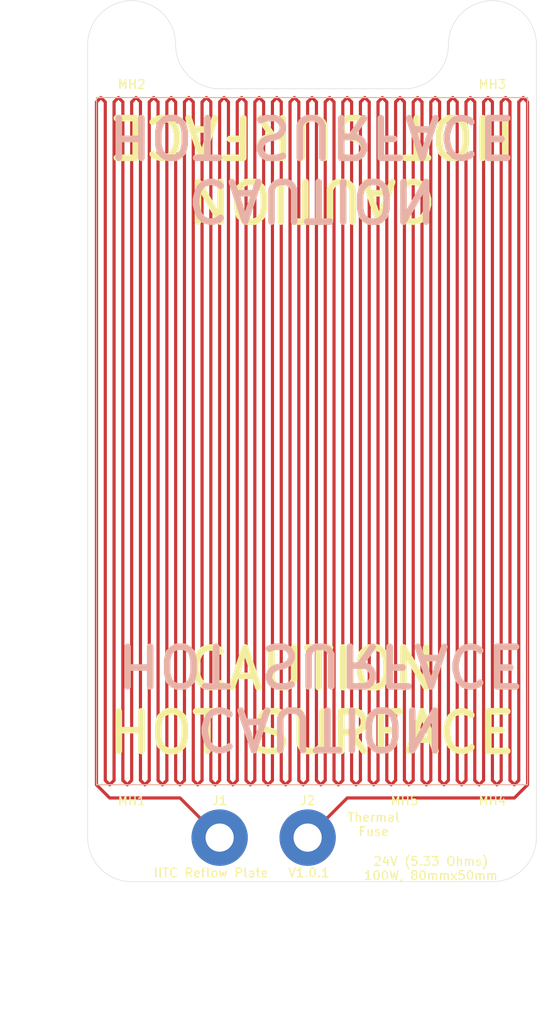
<source format=kicad_pcb>
(kicad_pcb (version 20171130) (host pcbnew "(5.1.10-1-10_14)")

  (general
    (thickness 1.6)
    (drawings 30)
    (tracks 155)
    (zones 0)
    (modules 7)
    (nets 2)
  )

  (page A4)
  (layers
    (0 F.Cu signal)
    (31 B.Cu signal)
    (32 B.Adhes user)
    (33 F.Adhes user)
    (34 B.Paste user)
    (35 F.Paste user)
    (36 B.SilkS user)
    (37 F.SilkS user)
    (38 B.Mask user)
    (39 F.Mask user)
    (40 Dwgs.User user)
    (41 Cmts.User user)
    (42 Eco1.User user)
    (43 Eco2.User user)
    (44 Edge.Cuts user)
    (45 Margin user)
    (46 B.CrtYd user)
    (47 F.CrtYd user)
    (48 B.Fab user)
    (49 F.Fab user hide)
  )

  (setup
    (last_trace_width 0.635)
    (user_trace_width 0.1651)
    (user_trace_width 0.35814)
    (user_trace_width 0.635)
    (trace_clearance 0.2)
    (zone_clearance 0.508)
    (zone_45_only no)
    (trace_min 0.127)
    (via_size 0.8)
    (via_drill 0.4)
    (via_min_size 0.4)
    (via_min_drill 0.3)
    (uvia_size 0.3)
    (uvia_drill 0.1)
    (uvias_allowed no)
    (uvia_min_size 0.2)
    (uvia_min_drill 0.1)
    (edge_width 0.05)
    (segment_width 0.2)
    (pcb_text_width 0.3)
    (pcb_text_size 1.5 1.5)
    (mod_edge_width 0.12)
    (mod_text_size 1 1)
    (mod_text_width 0.15)
    (pad_size 1.524 1.524)
    (pad_drill 0.762)
    (pad_to_mask_clearance 0)
    (aux_axis_origin 0 0)
    (visible_elements FFFFFF7F)
    (pcbplotparams
      (layerselection 0x010fc_ffffffff)
      (usegerberextensions false)
      (usegerberattributes true)
      (usegerberadvancedattributes true)
      (creategerberjobfile true)
      (excludeedgelayer true)
      (linewidth 0.100000)
      (plotframeref false)
      (viasonmask false)
      (mode 1)
      (useauxorigin false)
      (hpglpennumber 1)
      (hpglpenspeed 20)
      (hpglpendiameter 15.000000)
      (psnegative false)
      (psa4output false)
      (plotreference true)
      (plotvalue true)
      (plotinvisibletext false)
      (padsonsilk false)
      (subtractmaskfromsilk false)
      (outputformat 1)
      (mirror false)
      (drillshape 1)
      (scaleselection 1)
      (outputdirectory ""))
  )

  (net 0 "")
  (net 1 "Net-(J1-Pad1)")

  (net_class Default "This is the default net class."
    (clearance 0.2)
    (trace_width 0.25)
    (via_dia 0.8)
    (via_drill 0.4)
    (uvia_dia 0.3)
    (uvia_drill 0.1)
  )

  (net_class Power ""
    (clearance 0.2)
    (trace_width 0.635)
    (via_dia 0.8)
    (via_drill 0.4)
    (uvia_dia 0.3)
    (uvia_drill 0.1)
    (add_net "Net-(J1-Pad1)")
  )

  (module Mounting_Holes:MountingHole_3.2mm_M3 (layer F.Cu) (tedit 56D1B4CB) (tstamp 61E4D932)
    (at 86 160)
    (descr "Mounting Hole 3.2mm, no annular, M3")
    (tags "mounting hole 3.2mm no annular m3")
    (path /61FD9CBE)
    (attr virtual)
    (fp_text reference MH5 (at 0 -4.2) (layer F.SilkS)
      (effects (font (size 1 1) (thickness 0.15)))
    )
    (fp_text value ThermalFuse (at 0 4.2) (layer F.Fab)
      (effects (font (size 1 1) (thickness 0.15)))
    )
    (fp_circle (center 0 0) (end 3.45 0) (layer F.CrtYd) (width 0.05))
    (fp_circle (center 0 0) (end 3.2 0) (layer Cmts.User) (width 0.15))
    (fp_text user %R (at 0.3 0) (layer F.Fab)
      (effects (font (size 1 1) (thickness 0.15)))
    )
    (pad 1 np_thru_hole circle (at 0 0) (size 3.2 3.2) (drill 3.2) (layers *.Cu *.Mask))
  )

  (module Mounting_Holes:MountingHole_3.2mm_M3 (layer F.Cu) (tedit 56D1B4CB) (tstamp 61E4A5E8)
    (at 96 160)
    (descr "Mounting Hole 3.2mm, no annular, M3")
    (tags "mounting hole 3.2mm no annular m3")
    (path /61FC5BCB)
    (attr virtual)
    (fp_text reference MH4 (at 0 -4.2) (layer F.SilkS)
      (effects (font (size 1 1) (thickness 0.15)))
    )
    (fp_text value MountingHole (at 0 4.2) (layer F.Fab)
      (effects (font (size 1 1) (thickness 0.15)))
    )
    (fp_circle (center 0 0) (end 3.45 0) (layer F.CrtYd) (width 0.05))
    (fp_circle (center 0 0) (end 3.2 0) (layer Cmts.User) (width 0.15))
    (fp_text user %R (at 0.3 0) (layer F.Fab)
      (effects (font (size 1 1) (thickness 0.15)))
    )
    (pad 1 np_thru_hole circle (at 0 0) (size 3.2 3.2) (drill 3.2) (layers *.Cu *.Mask))
  )

  (module Mounting_Holes:MountingHole_3.2mm_M3 (layer F.Cu) (tedit 56D1B4CB) (tstamp 61E4B12A)
    (at 96 70)
    (descr "Mounting Hole 3.2mm, no annular, M3")
    (tags "mounting hole 3.2mm no annular m3")
    (path /61FC5A51)
    (attr virtual)
    (fp_text reference MH3 (at 0 4.5) (layer F.SilkS)
      (effects (font (size 1 1) (thickness 0.15)))
    )
    (fp_text value MountingHole (at 0 4.2) (layer F.Fab)
      (effects (font (size 1 1) (thickness 0.15)))
    )
    (fp_circle (center 0 0) (end 3.45 0) (layer F.CrtYd) (width 0.05))
    (fp_circle (center 0 0) (end 3.2 0) (layer Cmts.User) (width 0.15))
    (fp_text user %R (at 0.3 0) (layer F.Fab)
      (effects (font (size 1 1) (thickness 0.15)))
    )
    (pad 1 np_thru_hole circle (at 0 0) (size 3.2 3.2) (drill 3.2) (layers *.Cu *.Mask))
  )

  (module Mounting_Holes:MountingHole_3.2mm_M3 (layer F.Cu) (tedit 56D1B4CB) (tstamp 61E4A5E2)
    (at 55 70)
    (descr "Mounting Hole 3.2mm, no annular, M3")
    (tags "mounting hole 3.2mm no annular m3")
    (path /61FC5FED)
    (attr virtual)
    (fp_text reference MH2 (at 0 4.5) (layer F.SilkS)
      (effects (font (size 1 1) (thickness 0.15)))
    )
    (fp_text value MountingHole (at 0 4.2) (layer F.Fab)
      (effects (font (size 1 1) (thickness 0.15)))
    )
    (fp_circle (center 0 0) (end 3.45 0) (layer F.CrtYd) (width 0.05))
    (fp_circle (center 0 0) (end 3.2 0) (layer Cmts.User) (width 0.15))
    (fp_text user %R (at 0.3 0) (layer F.Fab)
      (effects (font (size 1 1) (thickness 0.15)))
    )
    (pad 1 np_thru_hole circle (at 0 0) (size 3.2 3.2) (drill 3.2) (layers *.Cu *.Mask))
  )

  (module Mounting_Holes:MountingHole_3.2mm_M3 (layer F.Cu) (tedit 56D1B4CB) (tstamp 61E4A5DF)
    (at 55 160)
    (descr "Mounting Hole 3.2mm, no annular, M3")
    (tags "mounting hole 3.2mm no annular m3")
    (path /61FC4744)
    (attr virtual)
    (fp_text reference MH1 (at 0 -4.2) (layer F.SilkS)
      (effects (font (size 1 1) (thickness 0.15)))
    )
    (fp_text value MountingHole (at 0 4.2) (layer F.Fab)
      (effects (font (size 1 1) (thickness 0.15)))
    )
    (fp_circle (center 0 0) (end 3.45 0) (layer F.CrtYd) (width 0.05))
    (fp_circle (center 0 0) (end 3.2 0) (layer Cmts.User) (width 0.15))
    (fp_text user %R (at 0.3 0) (layer F.Fab)
      (effects (font (size 1 1) (thickness 0.15)))
    )
    (pad 1 np_thru_hole circle (at 0 0) (size 3.2 3.2) (drill 3.2) (layers *.Cu *.Mask))
  )

  (module Mounting_Holes:MountingHole_3.2mm_M3_Pad (layer F.Cu) (tedit 56D1B4CB) (tstamp 61E4B166)
    (at 75 160)
    (descr "Mounting Hole 3.2mm, M3")
    (tags "mounting hole 3.2mm m3")
    (path /61FCB443)
    (attr virtual)
    (fp_text reference J2 (at 0 -4.2) (layer F.SilkS)
      (effects (font (size 1 1) (thickness 0.15)))
    )
    (fp_text value Screw_Connector (at 0 4.2) (layer F.Fab)
      (effects (font (size 1 1) (thickness 0.15)))
    )
    (fp_circle (center 0 0) (end 3.45 0) (layer F.CrtYd) (width 0.05))
    (fp_circle (center 0 0) (end 3.2 0) (layer Cmts.User) (width 0.15))
    (fp_text user %R (at 0.3 0) (layer F.Fab)
      (effects (font (size 1 1) (thickness 0.15)))
    )
    (pad 1 thru_hole circle (at 0 0) (size 6.4 6.4) (drill 3.2) (layers *.Cu *.Mask)
      (net 1 "Net-(J1-Pad1)"))
  )

  (module Mounting_Holes:MountingHole_3.2mm_M3_Pad (layer F.Cu) (tedit 56D1B4CB) (tstamp 61E4BC43)
    (at 65 160)
    (descr "Mounting Hole 3.2mm, M3")
    (tags "mounting hole 3.2mm m3")
    (path /61FCA6A9)
    (attr virtual)
    (fp_text reference J1 (at 0 -4.2) (layer F.SilkS)
      (effects (font (size 1 1) (thickness 0.15)))
    )
    (fp_text value "Screw Connector" (at 0 4.2) (layer F.Fab)
      (effects (font (size 1 1) (thickness 0.15)))
    )
    (fp_circle (center 0 0) (end 3.45 0) (layer F.CrtYd) (width 0.05))
    (fp_circle (center 0 0) (end 3.2 0) (layer Cmts.User) (width 0.15))
    (fp_text user %R (at 0.3 0) (layer F.Fab)
      (effects (font (size 1 1) (thickness 0.15)))
    )
    (pad 1 thru_hole circle (at 0 0) (size 6.4 6.4) (drill 3.2) (layers *.Cu *.Mask)
      (net 1 "Net-(J1-Pad1)"))
  )

  (gr_line (start 51 76) (end 51 154) (layer B.SilkS) (width 0.12) (tstamp 61E4E61B))
  (gr_line (start 51 76) (end 100 76) (layer B.SilkS) (width 0.12) (tstamp 61E4E61A))
  (gr_line (start 100 154) (end 100 76) (layer B.SilkS) (width 0.12) (tstamp 61E4E61B))
  (gr_line (start 100 154) (end 51 154) (layer B.SilkS) (width 0.12) (tstamp 61E4E61A))
  (gr_text "24V (5.33 Ohms)\n100W, 80mmx50mm" (at 89 163.5) (layer F.SilkS)
    (effects (font (size 1 1) (thickness 0.15)))
  )
  (gr_text "IITC Reflow Plate   V1.0.1" (at 67.5 164) (layer F.SilkS)
    (effects (font (size 1 1) (thickness 0.15)))
  )
  (gr_text "CAUTION\nHOT SURFACE" (at 76.5 144 180) (layer B.SilkS) (tstamp 61E4DDBF)
    (effects (font (size 4.5 4.5) (thickness 0.75)) (justify mirror))
  )
  (gr_text "CAUTION\nHOT SURFACE" (at 75.5 84 180) (layer B.SilkS) (tstamp 61E4DDBF)
    (effects (font (size 4.5 4.5) (thickness 0.75)) (justify mirror))
  )
  (gr_text "CAUTION\nHOT SURFACE" (at 75.5 84 180) (layer F.SilkS) (tstamp 61E4DDBF)
    (effects (font (size 4.5 4.5) (thickness 0.75)))
  )
  (gr_text "CAUTION\nHOT SURFACE" (at 75.5 144.5) (layer F.SilkS)
    (effects (font (size 4.5 4.5) (thickness 0.75)))
  )
  (gr_text "Thermal\nFuse" (at 82.5 158.5) (layer F.SilkS)
    (effects (font (size 1 1) (thickness 0.15)))
  )
  (dimension 51 (width 0.15) (layer Eco1.User) (tstamp 61E4D985)
    (gr_text "51.000 mm" (at 75.5 181.8) (layer Eco1.User) (tstamp 61E4D986)
      (effects (font (size 1 1) (thickness 0.15)))
    )
    (feature1 (pts (xy 101 160) (xy 101 181.086421)))
    (feature2 (pts (xy 50 160) (xy 50 181.086421)))
    (crossbar (pts (xy 50 180.5) (xy 101 180.5)))
    (arrow1a (pts (xy 101 180.5) (xy 99.873496 181.086421)))
    (arrow1b (pts (xy 101 180.5) (xy 99.873496 179.913579)))
    (arrow2a (pts (xy 50 180.5) (xy 51.126504 181.086421)))
    (arrow2b (pts (xy 50 180.5) (xy 51.126504 179.913579)))
  )
  (gr_line (start 96 165) (end 55 165) (layer Edge.Cuts) (width 0.05) (tstamp 61E4C333))
  (dimension 78 (width 0.15) (layer Eco1.User)
    (gr_text "78.000 mm" (at 47.7 115 90) (layer Eco1.User)
      (effects (font (size 1 1) (thickness 0.15)))
    )
    (feature1 (pts (xy 51 76) (xy 48.413579 76)))
    (feature2 (pts (xy 51 154) (xy 48.413579 154)))
    (crossbar (pts (xy 49 154) (xy 49 76)))
    (arrow1a (pts (xy 49 76) (xy 49.586421 77.126504)))
    (arrow1b (pts (xy 49 76) (xy 48.413579 77.126504)))
    (arrow2a (pts (xy 49 154) (xy 49.586421 152.873496)))
    (arrow2b (pts (xy 49 154) (xy 48.413579 152.873496)))
  )
  (gr_arc (start 86 70) (end 86 75) (angle -90) (layer Edge.Cuts) (width 0.05) (tstamp 61E4BBC8))
  (gr_arc (start 96 70) (end 96 65) (angle -90) (layer Edge.Cuts) (width 0.05) (tstamp 61E4BBC8))
  (gr_arc (start 65 70) (end 60 70) (angle -90) (layer Edge.Cuts) (width 0.05) (tstamp 61E4BBC8))
  (gr_arc (start 55 70) (end 60 70) (angle -90) (layer Edge.Cuts) (width 0.05) (tstamp 61E4BBC8))
  (gr_arc (start 55 70) (end 55 65) (angle -90) (layer Edge.Cuts) (width 0.05))
  (gr_arc (start 96 70) (end 101 70) (angle -90) (layer Edge.Cuts) (width 0.05))
  (gr_arc (start 96 160) (end 96 165) (angle -90) (layer Edge.Cuts) (width 0.05))
  (gr_arc (start 55 160) (end 50 160) (angle -90) (layer Edge.Cuts) (width 0.05))
  (gr_line (start 100 76) (end 51 76) (layer F.SilkS) (width 0.12) (tstamp 61E4B188))
  (dimension 100 (width 0.15) (layer Eco1.User)
    (gr_text "100.000 mm" (at 43.7 115 90) (layer Eco1.User)
      (effects (font (size 1 1) (thickness 0.15)))
    )
    (feature1 (pts (xy 50 65) (xy 44.413579 65)))
    (feature2 (pts (xy 50 165) (xy 44.413579 165)))
    (crossbar (pts (xy 45 165) (xy 45 65)))
    (arrow1a (pts (xy 45 65) (xy 45.586421 66.126504)))
    (arrow1b (pts (xy 45 65) (xy 44.413579 66.126504)))
    (arrow2a (pts (xy 45 165) (xy 45.586421 163.873496)))
    (arrow2b (pts (xy 45 165) (xy 44.413579 163.873496)))
  )
  (gr_line (start 51 154) (end 51 76) (layer F.SilkS) (width 0.12))
  (gr_line (start 100 154) (end 51 154) (layer F.SilkS) (width 0.12))
  (gr_line (start 100 76) (end 100 154) (layer F.SilkS) (width 0.12))
  (gr_line (start 86 75) (end 65 75) (layer Edge.Cuts) (width 0.05) (tstamp 61E4A614))
  (gr_line (start 101 160) (end 101 70) (layer Edge.Cuts) (width 0.05))
  (gr_line (start 50 70) (end 50 160) (layer Edge.Cuts) (width 0.05))

  (segment (start 52 76.5) (end 52 153.5) (width 0.35814) (layer F.Cu) (net 1))
  (segment (start 98.5 155.5) (end 79.5 155.5) (width 0.35814) (layer F.Cu) (net 1))
  (segment (start 79.5 155.5) (end 75 160) (width 0.35814) (layer F.Cu) (net 1))
  (segment (start 100 154) (end 98.5 155.5) (width 0.35814) (layer F.Cu) (net 1))
  (segment (start 100 153.5) (end 100 154) (width 0.35814) (layer F.Cu) (net 1))
  (segment (start 52.5 155.5) (end 60.5 155.5) (width 0.35814) (layer F.Cu) (net 1))
  (segment (start 60.5 155.5) (end 65 160) (width 0.35814) (layer F.Cu) (net 1))
  (segment (start 51 154) (end 52.5 155.5) (width 0.35814) (layer F.Cu) (net 1))
  (segment (start 51 154) (end 51 76.5) (width 0.35814) (layer F.Cu) (net 1))
  (segment (start 99 76.5) (end 99.5 76) (width 0.35814) (layer F.Cu) (net 1))
  (segment (start 90 76.5) (end 90 153.5) (width 0.35814) (layer F.Cu) (net 1))
  (segment (start 90 153.5) (end 90.5 154) (width 0.35814) (layer F.Cu) (net 1))
  (segment (start 97.5 76) (end 98 76.5) (width 0.35814) (layer F.Cu) (net 1))
  (segment (start 93 153.5) (end 93 76.5) (width 0.35814) (layer F.Cu) (net 1))
  (segment (start 100 76.5) (end 100 153.5) (width 0.35814) (layer F.Cu) (net 1))
  (segment (start 70.5 154) (end 71 153.5) (width 0.35814) (layer F.Cu) (net 1))
  (segment (start 99.5 76) (end 100 76.5) (width 0.35814) (layer F.Cu) (net 1))
  (segment (start 68.5 154) (end 69 153.5) (width 0.35814) (layer F.Cu) (net 1))
  (segment (start 85 153.5) (end 85 76.5) (width 0.35814) (layer F.Cu) (net 1))
  (segment (start 98 76.5) (end 98 153.5) (width 0.35814) (layer F.Cu) (net 1))
  (segment (start 97 76.5) (end 97.5 76) (width 0.35814) (layer F.Cu) (net 1))
  (segment (start 97 153.5) (end 97 76.5) (width 0.35814) (layer F.Cu) (net 1))
  (segment (start 62 76.5) (end 62 153.5) (width 0.35814) (layer F.Cu) (net 1))
  (segment (start 96.5 154) (end 97 153.5) (width 0.35814) (layer F.Cu) (net 1))
  (segment (start 56.5 154) (end 57 153.5) (width 0.35814) (layer F.Cu) (net 1))
  (segment (start 95.5 76) (end 96 76.5) (width 0.35814) (layer F.Cu) (net 1))
  (segment (start 94 76.5) (end 94 153.5) (width 0.35814) (layer F.Cu) (net 1))
  (segment (start 93 76.5) (end 93.5 76) (width 0.35814) (layer F.Cu) (net 1))
  (segment (start 92.5 154) (end 93 153.5) (width 0.35814) (layer F.Cu) (net 1))
  (segment (start 91.5 76) (end 92 76.5) (width 0.35814) (layer F.Cu) (net 1))
  (segment (start 90.5 154) (end 91 153.5) (width 0.35814) (layer F.Cu) (net 1))
  (segment (start 95 76.5) (end 95.5 76) (width 0.35814) (layer F.Cu) (net 1))
  (segment (start 89.5 76) (end 90 76.5) (width 0.35814) (layer F.Cu) (net 1))
  (segment (start 88.5 154) (end 89 153.5) (width 0.35814) (layer F.Cu) (net 1))
  (segment (start 65 153.5) (end 65 76.5) (width 0.35814) (layer F.Cu) (net 1))
  (segment (start 88 76.5) (end 88 153.5) (width 0.35814) (layer F.Cu) (net 1))
  (segment (start 98 153.5) (end 98.5 154) (width 0.35814) (layer F.Cu) (net 1))
  (segment (start 87 76.5) (end 87.5 76) (width 0.35814) (layer F.Cu) (net 1))
  (segment (start 56 76.5) (end 56 153.5) (width 0.35814) (layer F.Cu) (net 1))
  (segment (start 86 153.5) (end 86.5 154) (width 0.35814) (layer F.Cu) (net 1))
  (segment (start 64 153.5) (end 64.5 154) (width 0.35814) (layer F.Cu) (net 1))
  (segment (start 89 153.5) (end 89 76.5) (width 0.35814) (layer F.Cu) (net 1))
  (segment (start 87.5 76) (end 88 76.5) (width 0.35814) (layer F.Cu) (net 1))
  (segment (start 86 76.5) (end 86 153.5) (width 0.35814) (layer F.Cu) (net 1))
  (segment (start 85 76.5) (end 85.5 76) (width 0.35814) (layer F.Cu) (net 1))
  (segment (start 84 76.5) (end 84 153.5) (width 0.35814) (layer F.Cu) (net 1))
  (segment (start 83 76.5) (end 83.5 76) (width 0.35814) (layer F.Cu) (net 1))
  (segment (start 59 76.5) (end 59.5 76) (width 0.35814) (layer F.Cu) (net 1))
  (segment (start 82.5 154) (end 83 153.5) (width 0.35814) (layer F.Cu) (net 1))
  (segment (start 94.5 154) (end 95 153.5) (width 0.35814) (layer F.Cu) (net 1))
  (segment (start 82 153.5) (end 82.5 154) (width 0.35814) (layer F.Cu) (net 1))
  (segment (start 80.5 154) (end 81 153.5) (width 0.35814) (layer F.Cu) (net 1))
  (segment (start 72 76.5) (end 72 153.5) (width 0.35814) (layer F.Cu) (net 1))
  (segment (start 62.5 154) (end 63 153.5) (width 0.35814) (layer F.Cu) (net 1))
  (segment (start 61 76.5) (end 61.5 76) (width 0.35814) (layer F.Cu) (net 1))
  (segment (start 82 76.5) (end 82 153.5) (width 0.35814) (layer F.Cu) (net 1))
  (segment (start 81 76.5) (end 81.5 76) (width 0.35814) (layer F.Cu) (net 1))
  (segment (start 61.5 76) (end 62 76.5) (width 0.35814) (layer F.Cu) (net 1))
  (segment (start 51 76.5) (end 51.5 76) (width 0.35814) (layer F.Cu) (net 1))
  (segment (start 70 153.5) (end 70.5 154) (width 0.35814) (layer F.Cu) (net 1))
  (segment (start 80 76.5) (end 80 153.5) (width 0.35814) (layer F.Cu) (net 1))
  (segment (start 55 153.5) (end 55 76.5) (width 0.35814) (layer F.Cu) (net 1))
  (segment (start 74 76.5) (end 74 153.5) (width 0.35814) (layer F.Cu) (net 1))
  (segment (start 87 153.5) (end 87 76.5) (width 0.35814) (layer F.Cu) (net 1))
  (segment (start 78 76.5) (end 78 153.5) (width 0.35814) (layer F.Cu) (net 1))
  (segment (start 84 153.5) (end 84.5 154) (width 0.35814) (layer F.Cu) (net 1))
  (segment (start 74 153.5) (end 74.5 154) (width 0.35814) (layer F.Cu) (net 1))
  (segment (start 68 153.5) (end 68.5 154) (width 0.35814) (layer F.Cu) (net 1))
  (segment (start 77.5 76) (end 78 76.5) (width 0.35814) (layer F.Cu) (net 1))
  (segment (start 79 76.5) (end 79.5 76) (width 0.35814) (layer F.Cu) (net 1))
  (segment (start 80 153.5) (end 80.5 154) (width 0.35814) (layer F.Cu) (net 1))
  (segment (start 77 153.5) (end 77 76.5) (width 0.35814) (layer F.Cu) (net 1))
  (segment (start 74.5 154) (end 75 153.5) (width 0.35814) (layer F.Cu) (net 1))
  (segment (start 76 153.5) (end 76.5 154) (width 0.35814) (layer F.Cu) (net 1))
  (segment (start 57 153.5) (end 57 76.5) (width 0.35814) (layer F.Cu) (net 1))
  (segment (start 76 76.5) (end 76 153.5) (width 0.35814) (layer F.Cu) (net 1))
  (segment (start 75 76.5) (end 75.5 76) (width 0.35814) (layer F.Cu) (net 1))
  (segment (start 75 153.5) (end 75 76.5) (width 0.35814) (layer F.Cu) (net 1))
  (segment (start 78.5 154) (end 79 153.5) (width 0.35814) (layer F.Cu) (net 1))
  (segment (start 73.5 76) (end 74 76.5) (width 0.35814) (layer F.Cu) (net 1))
  (segment (start 73 76.5) (end 73.5 76) (width 0.35814) (layer F.Cu) (net 1))
  (segment (start 99 153.5) (end 99 76.5) (width 0.35814) (layer F.Cu) (net 1))
  (segment (start 54.5 154) (end 55 153.5) (width 0.35814) (layer F.Cu) (net 1))
  (segment (start 72 153.5) (end 72.5 154) (width 0.35814) (layer F.Cu) (net 1))
  (segment (start 96 153.5) (end 96.5 154) (width 0.35814) (layer F.Cu) (net 1))
  (segment (start 52 153.5) (end 52.5 154) (width 0.35814) (layer F.Cu) (net 1))
  (segment (start 71 76.5) (end 71.5 76) (width 0.35814) (layer F.Cu) (net 1))
  (segment (start 73 153.5) (end 73 76.5) (width 0.35814) (layer F.Cu) (net 1))
  (segment (start 71 153.5) (end 71 76.5) (width 0.35814) (layer F.Cu) (net 1))
  (segment (start 96 76.5) (end 96 153.5) (width 0.35814) (layer F.Cu) (net 1))
  (segment (start 69 76.5) (end 69.5 76) (width 0.35814) (layer F.Cu) (net 1))
  (segment (start 69.5 76) (end 70 76.5) (width 0.35814) (layer F.Cu) (net 1))
  (segment (start 81 153.5) (end 81 76.5) (width 0.35814) (layer F.Cu) (net 1))
  (segment (start 93.5 76) (end 94 76.5) (width 0.35814) (layer F.Cu) (net 1))
  (segment (start 86.5 154) (end 87 153.5) (width 0.35814) (layer F.Cu) (net 1))
  (segment (start 83.5 76) (end 84 76.5) (width 0.35814) (layer F.Cu) (net 1))
  (segment (start 69 153.5) (end 69 76.5) (width 0.35814) (layer F.Cu) (net 1))
  (segment (start 58 153.5) (end 58.5 154) (width 0.35814) (layer F.Cu) (net 1))
  (segment (start 67.5 76) (end 68 76.5) (width 0.35814) (layer F.Cu) (net 1))
  (segment (start 67 153.5) (end 67 76.5) (width 0.35814) (layer F.Cu) (net 1))
  (segment (start 79 153.5) (end 79 76.5) (width 0.35814) (layer F.Cu) (net 1))
  (segment (start 60.5 154) (end 61 153.5) (width 0.35814) (layer F.Cu) (net 1))
  (segment (start 66 153.5) (end 66.5 154) (width 0.35814) (layer F.Cu) (net 1))
  (segment (start 88 153.5) (end 88.5 154) (width 0.35814) (layer F.Cu) (net 1))
  (segment (start 55 76.5) (end 55.5 76) (width 0.35814) (layer F.Cu) (net 1))
  (segment (start 66.5 154) (end 67 153.5) (width 0.35814) (layer F.Cu) (net 1))
  (segment (start 66 76.5) (end 66 153.5) (width 0.35814) (layer F.Cu) (net 1))
  (segment (start 70 76.5) (end 70 153.5) (width 0.35814) (layer F.Cu) (net 1))
  (segment (start 83 153.5) (end 83 76.5) (width 0.35814) (layer F.Cu) (net 1))
  (segment (start 64 76.5) (end 64 153.5) (width 0.35814) (layer F.Cu) (net 1))
  (segment (start 78 153.5) (end 78.5 154) (width 0.35814) (layer F.Cu) (net 1))
  (segment (start 63 76.5) (end 63.5 76) (width 0.35814) (layer F.Cu) (net 1))
  (segment (start 72.5 154) (end 73 153.5) (width 0.35814) (layer F.Cu) (net 1))
  (segment (start 64.5 154) (end 65 153.5) (width 0.35814) (layer F.Cu) (net 1))
  (segment (start 63 153.5) (end 63 76.5) (width 0.35814) (layer F.Cu) (net 1))
  (segment (start 58.5 154) (end 59 153.5) (width 0.35814) (layer F.Cu) (net 1))
  (segment (start 65 76.5) (end 65.5 76) (width 0.35814) (layer F.Cu) (net 1))
  (segment (start 76.5 154) (end 77 153.5) (width 0.35814) (layer F.Cu) (net 1))
  (segment (start 89 76.5) (end 89.5 76) (width 0.35814) (layer F.Cu) (net 1))
  (segment (start 84.5 154) (end 85 153.5) (width 0.35814) (layer F.Cu) (net 1))
  (segment (start 98.5 154) (end 99 153.5) (width 0.35814) (layer F.Cu) (net 1))
  (segment (start 60 153.5) (end 60.5 154) (width 0.35814) (layer F.Cu) (net 1))
  (segment (start 56 153.5) (end 56.5 154) (width 0.35814) (layer F.Cu) (net 1))
  (segment (start 63.5 76) (end 64 76.5) (width 0.35814) (layer F.Cu) (net 1))
  (segment (start 79.5 76) (end 80 76.5) (width 0.35814) (layer F.Cu) (net 1))
  (segment (start 60 76.5) (end 60 153.5) (width 0.35814) (layer F.Cu) (net 1))
  (segment (start 77 76.5) (end 77.5 76) (width 0.35814) (layer F.Cu) (net 1))
  (segment (start 71.5 76) (end 72 76.5) (width 0.35814) (layer F.Cu) (net 1))
  (segment (start 68 76.5) (end 68 153.5) (width 0.35814) (layer F.Cu) (net 1))
  (segment (start 95 153.5) (end 95 76.5) (width 0.35814) (layer F.Cu) (net 1))
  (segment (start 91 153.5) (end 91 76.5) (width 0.35814) (layer F.Cu) (net 1))
  (segment (start 57.5 76) (end 58 76.5) (width 0.35814) (layer F.Cu) (net 1))
  (segment (start 57 76.5) (end 57.5 76) (width 0.35814) (layer F.Cu) (net 1))
  (segment (start 75.5 76) (end 76 76.5) (width 0.35814) (layer F.Cu) (net 1))
  (segment (start 62 153.5) (end 62.5 154) (width 0.35814) (layer F.Cu) (net 1))
  (segment (start 92 76.5) (end 92 153.5) (width 0.35814) (layer F.Cu) (net 1))
  (segment (start 65.5 76) (end 66 76.5) (width 0.35814) (layer F.Cu) (net 1))
  (segment (start 92 153.5) (end 92.5 154) (width 0.35814) (layer F.Cu) (net 1))
  (segment (start 59.5 76) (end 60 76.5) (width 0.35814) (layer F.Cu) (net 1))
  (segment (start 53.5 76) (end 54 76.5) (width 0.35814) (layer F.Cu) (net 1))
  (segment (start 85.5 76) (end 86 76.5) (width 0.35814) (layer F.Cu) (net 1))
  (segment (start 61 153.5) (end 61 76.5) (width 0.35814) (layer F.Cu) (net 1))
  (segment (start 55.5 76) (end 56 76.5) (width 0.35814) (layer F.Cu) (net 1))
  (segment (start 54 153.5) (end 54.5 154) (width 0.35814) (layer F.Cu) (net 1))
  (segment (start 81.5 76) (end 82 76.5) (width 0.35814) (layer F.Cu) (net 1))
  (segment (start 52.5 154) (end 53 153.5) (width 0.35814) (layer F.Cu) (net 1))
  (segment (start 54 76.5) (end 54 153.5) (width 0.35814) (layer F.Cu) (net 1))
  (segment (start 51.5 76) (end 52 76.5) (width 0.35814) (layer F.Cu) (net 1))
  (segment (start 53 76.5) (end 53.5 76) (width 0.35814) (layer F.Cu) (net 1))
  (segment (start 53 153.5) (end 53 76.5) (width 0.35814) (layer F.Cu) (net 1))
  (segment (start 94 153.5) (end 94.5 154) (width 0.35814) (layer F.Cu) (net 1))
  (segment (start 91 76.5) (end 91.5 76) (width 0.35814) (layer F.Cu) (net 1))
  (segment (start 59 153.5) (end 59 76.5) (width 0.35814) (layer F.Cu) (net 1))
  (segment (start 67 76.5) (end 67.5 76) (width 0.35814) (layer F.Cu) (net 1))
  (segment (start 58 76.5) (end 58 153.5) (width 0.35814) (layer F.Cu) (net 1))

)

</source>
